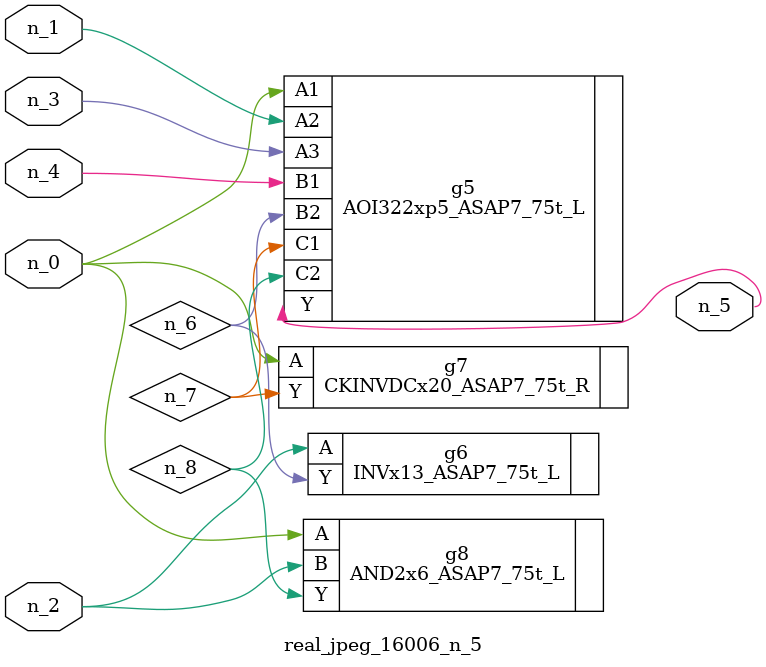
<source format=v>
module real_jpeg_16006_n_5 (n_4, n_0, n_1, n_2, n_3, n_5);

input n_4;
input n_0;
input n_1;
input n_2;
input n_3;

output n_5;

wire n_8;
wire n_6;
wire n_7;

AOI322xp5_ASAP7_75t_L g5 ( 
.A1(n_0),
.A2(n_1),
.A3(n_3),
.B1(n_4),
.B2(n_6),
.C1(n_7),
.C2(n_8),
.Y(n_5)
);

CKINVDCx20_ASAP7_75t_R g7 ( 
.A(n_0),
.Y(n_7)
);

AND2x6_ASAP7_75t_L g8 ( 
.A(n_0),
.B(n_2),
.Y(n_8)
);

INVx13_ASAP7_75t_L g6 ( 
.A(n_2),
.Y(n_6)
);


endmodule
</source>
